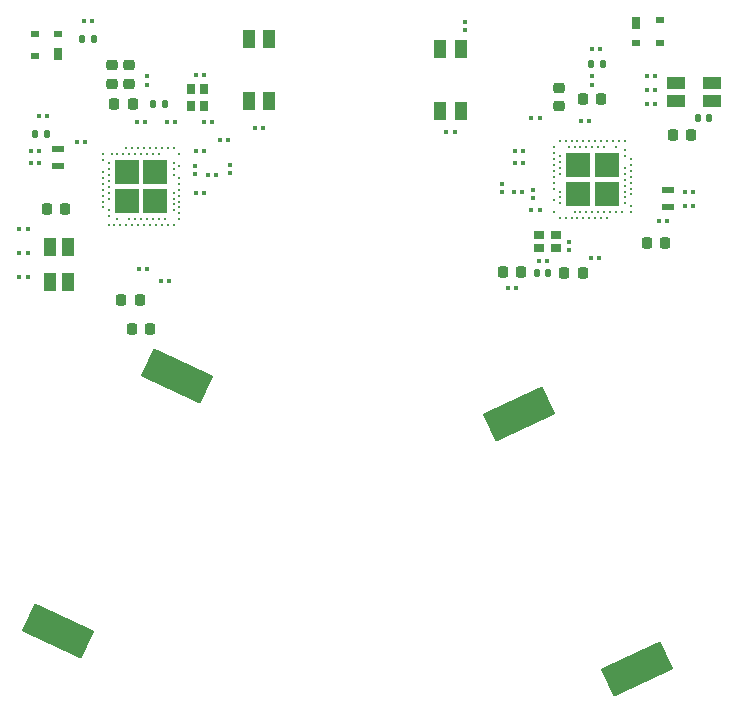
<source format=gtp>
G04 #@! TF.GenerationSoftware,KiCad,Pcbnew,(6.0.9)*
G04 #@! TF.CreationDate,2023-05-23T12:25:36-07:00*
G04 #@! TF.ProjectId,Keycad_fun,4b657963-6164-45f6-9675-6e2e6b696361,rev?*
G04 #@! TF.SameCoordinates,Original*
G04 #@! TF.FileFunction,Paste,Top*
G04 #@! TF.FilePolarity,Positive*
%FSLAX46Y46*%
G04 Gerber Fmt 4.6, Leading zero omitted, Abs format (unit mm)*
G04 Created by KiCad (PCBNEW (6.0.9)) date 2023-05-23 12:25:36*
%MOMM*%
%LPD*%
G01*
G04 APERTURE LIST*
G04 Aperture macros list*
%AMRoundRect*
0 Rectangle with rounded corners*
0 $1 Rounding radius*
0 $2 $3 $4 $5 $6 $7 $8 $9 X,Y pos of 4 corners*
0 Add a 4 corners polygon primitive as box body*
4,1,4,$2,$3,$4,$5,$6,$7,$8,$9,$2,$3,0*
0 Add four circle primitives for the rounded corners*
1,1,$1+$1,$2,$3*
1,1,$1+$1,$4,$5*
1,1,$1+$1,$6,$7*
1,1,$1+$1,$8,$9*
0 Add four rect primitives between the rounded corners*
20,1,$1+$1,$2,$3,$4,$5,0*
20,1,$1+$1,$4,$5,$6,$7,0*
20,1,$1+$1,$6,$7,$8,$9,0*
20,1,$1+$1,$8,$9,$2,$3,0*%
%AMRotRect*
0 Rectangle, with rotation*
0 The origin of the aperture is its center*
0 $1 length*
0 $2 width*
0 $3 Rotation angle, in degrees counterclockwise*
0 Add horizontal line*
21,1,$1,$2,0,0,$3*%
G04 Aperture macros list end*
%ADD10RotRect,2.600000X5.560000X65.000000*%
%ADD11RotRect,2.600000X5.560000X295.000000*%
%ADD12RoundRect,0.225000X0.250000X-0.225000X0.250000X0.225000X-0.250000X0.225000X-0.250000X-0.225000X0*%
%ADD13RoundRect,0.079500X-0.079500X-0.100500X0.079500X-0.100500X0.079500X0.100500X-0.079500X0.100500X0*%
%ADD14RoundRect,0.079500X0.079500X0.100500X-0.079500X0.100500X-0.079500X-0.100500X0.079500X-0.100500X0*%
%ADD15RoundRect,0.225000X0.225000X0.250000X-0.225000X0.250000X-0.225000X-0.250000X0.225000X-0.250000X0*%
%ADD16RoundRect,0.140000X0.140000X0.170000X-0.140000X0.170000X-0.140000X-0.170000X0.140000X-0.170000X0*%
%ADD17RoundRect,0.079500X0.100500X-0.079500X0.100500X0.079500X-0.100500X0.079500X-0.100500X-0.079500X0*%
%ADD18RoundRect,0.140000X-0.140000X-0.170000X0.140000X-0.170000X0.140000X0.170000X-0.140000X0.170000X0*%
%ADD19RoundRect,0.225000X-0.225000X-0.250000X0.225000X-0.250000X0.225000X0.250000X-0.225000X0.250000X0*%
%ADD20RoundRect,0.079500X-0.100500X0.079500X-0.100500X-0.079500X0.100500X-0.079500X0.100500X0.079500X0*%
%ADD21R,0.700000X1.000000*%
%ADD22R,0.700000X0.600000*%
%ADD23RoundRect,0.218750X0.218750X0.256250X-0.218750X0.256250X-0.218750X-0.256250X0.218750X-0.256250X0*%
%ADD24RoundRect,0.147500X0.147500X0.172500X-0.147500X0.172500X-0.147500X-0.172500X0.147500X-0.172500X0*%
%ADD25RoundRect,0.218750X-0.218750X-0.256250X0.218750X-0.256250X0.218750X0.256250X-0.218750X0.256250X0*%
%ADD26RoundRect,0.147500X-0.147500X-0.172500X0.147500X-0.172500X0.147500X0.172500X-0.147500X0.172500X0*%
%ADD27R,1.100000X1.500000*%
%ADD28R,1.500000X1.100000*%
%ADD29R,1.000000X1.550000*%
%ADD30R,2.000000X2.000000*%
%ADD31C,0.250000*%
%ADD32R,0.800000X0.900000*%
%ADD33R,1.100000X0.600000*%
%ADD34R,0.900000X0.800000*%
G04 APERTURE END LIST*
D10*
X154968730Y-110589594D03*
X165031270Y-89010406D03*
D11*
X204031270Y-113789594D03*
X193968730Y-92210406D03*
D12*
X159500000Y-64275000D03*
X159500000Y-62725000D03*
D13*
X164155000Y-67500000D03*
X164845000Y-67500000D03*
D14*
X164345000Y-81000000D03*
X163655000Y-81000000D03*
D13*
X162525000Y-80000000D03*
X161835000Y-80000000D03*
D15*
X155600000Y-74900000D03*
X154050000Y-74900000D03*
D16*
X154000000Y-68500000D03*
X153040000Y-68500000D03*
D13*
X156535000Y-69170000D03*
X157225000Y-69170000D03*
D14*
X166655000Y-73500000D03*
X167345000Y-73500000D03*
D13*
X162345000Y-67500000D03*
X161655000Y-67500000D03*
D14*
X166655000Y-70000000D03*
X167345000Y-70000000D03*
D15*
X162775000Y-85000000D03*
X161225000Y-85000000D03*
D12*
X161000000Y-64275000D03*
X161000000Y-62725000D03*
D17*
X162500000Y-64345000D03*
X162500000Y-63655000D03*
D13*
X153345000Y-70000000D03*
X152655000Y-70000000D03*
X153345000Y-71000000D03*
X152655000Y-71000000D03*
D17*
X169500000Y-71155000D03*
X169500000Y-71845000D03*
X166560000Y-71895000D03*
X166560000Y-71205000D03*
D13*
X171655000Y-68000000D03*
X172345000Y-68000000D03*
X168000000Y-67500000D03*
X167310000Y-67500000D03*
X167345000Y-63500000D03*
X166655000Y-63500000D03*
D18*
X157020000Y-60500000D03*
X157980000Y-60500000D03*
D13*
X157155000Y-59000000D03*
X157845000Y-59000000D03*
D19*
X204825000Y-77800000D03*
X206375000Y-77800000D03*
D14*
X193655000Y-70000000D03*
X194345000Y-70000000D03*
X195055000Y-67200000D03*
X195745000Y-67200000D03*
X199945000Y-67400000D03*
X199255000Y-67400000D03*
D12*
X197400000Y-66175000D03*
X197400000Y-64625000D03*
D18*
X209120000Y-67200000D03*
X210080000Y-67200000D03*
D14*
X206545000Y-75900000D03*
X205855000Y-75900000D03*
D13*
X193655000Y-71000000D03*
X194345000Y-71000000D03*
D14*
X200745000Y-79000000D03*
X200055000Y-79000000D03*
D13*
X195745000Y-75000000D03*
X195055000Y-75000000D03*
D15*
X200975000Y-65600000D03*
X199425000Y-65600000D03*
D19*
X192625000Y-80200000D03*
X194175000Y-80200000D03*
D13*
X193745000Y-81600000D03*
X193055000Y-81600000D03*
D14*
X208055000Y-74600000D03*
X208745000Y-74600000D03*
X208745000Y-73400000D03*
X208055000Y-73400000D03*
D17*
X192600000Y-73445000D03*
X192600000Y-72755000D03*
D20*
X195180000Y-73240000D03*
X195180000Y-73930000D03*
D14*
X187855000Y-68400000D03*
X188545000Y-68400000D03*
D13*
X195655000Y-79300000D03*
X196345000Y-79300000D03*
D20*
X198200000Y-78345000D03*
X198200000Y-77655000D03*
D18*
X200120000Y-62600000D03*
X201080000Y-62600000D03*
D13*
X200175000Y-61300000D03*
X200865000Y-61300000D03*
D21*
X203900000Y-59120000D03*
D22*
X203900000Y-60820000D03*
X205900000Y-60820000D03*
X205900000Y-58920000D03*
D21*
X155000000Y-61750000D03*
D22*
X155000000Y-60050000D03*
X153000000Y-60050000D03*
X153000000Y-61950000D03*
D23*
X161887500Y-82600000D03*
X160312500Y-82600000D03*
X161287500Y-66000000D03*
X159712500Y-66000000D03*
D24*
X164000000Y-66000000D03*
X163030000Y-66000000D03*
D14*
X168345000Y-72000000D03*
X167655000Y-72000000D03*
D25*
X207012500Y-68600000D03*
X208587500Y-68600000D03*
X197812500Y-80300000D03*
X199387500Y-80300000D03*
D26*
X195515000Y-80300000D03*
X196485000Y-80300000D03*
D13*
X193555000Y-73445000D03*
X194245000Y-73445000D03*
D27*
X154300000Y-81100000D03*
X154300000Y-78100000D03*
X155800000Y-78100000D03*
X155800000Y-81100000D03*
D28*
X207300000Y-64250000D03*
X210300000Y-64250000D03*
X210300000Y-65750000D03*
X207300000Y-65750000D03*
D14*
X153335000Y-67000000D03*
X154025000Y-67000000D03*
D13*
X169345000Y-69000000D03*
X168655000Y-69000000D03*
D14*
X152395000Y-76600000D03*
X151705000Y-76600000D03*
X151705000Y-78600000D03*
X152395000Y-78600000D03*
X151705000Y-80600000D03*
X152395000Y-80600000D03*
D17*
X200200000Y-64345000D03*
X200200000Y-63655000D03*
D14*
X204855000Y-66000000D03*
X205545000Y-66000000D03*
X204855000Y-64800000D03*
X205545000Y-64800000D03*
X204855000Y-63600000D03*
X205545000Y-63600000D03*
D20*
X189400000Y-59055000D03*
X189400000Y-59745000D03*
D29*
X172850000Y-60475000D03*
X172850000Y-65725000D03*
X171150000Y-65725000D03*
X171150000Y-60475000D03*
X187350000Y-61375000D03*
X187350000Y-66625000D03*
X189050000Y-66625000D03*
X189050000Y-61375000D03*
D30*
X163212500Y-74212500D03*
X163212500Y-71787500D03*
X160787500Y-74212500D03*
X160787500Y-71787500D03*
D31*
X160750000Y-69750000D03*
X161250000Y-69750000D03*
X161750000Y-69750000D03*
X162250000Y-69750000D03*
X162750000Y-69750000D03*
X163250000Y-69750000D03*
X163750000Y-69750000D03*
X164250000Y-69750000D03*
X164750000Y-69750000D03*
X165250000Y-75250000D03*
X159250000Y-75500000D03*
X160000000Y-75750000D03*
X161000000Y-75750000D03*
X161500000Y-75750000D03*
X162000000Y-75750000D03*
X162500000Y-75750000D03*
X163000000Y-75750000D03*
X163500000Y-75750000D03*
X164000000Y-75750000D03*
X165250000Y-75750000D03*
X159250000Y-76250000D03*
X159750000Y-76250000D03*
X160250000Y-76250000D03*
X160750000Y-76250000D03*
X161250000Y-76250000D03*
X161750000Y-76250000D03*
X162250000Y-76250000D03*
X162750000Y-76250000D03*
X163250000Y-76250000D03*
X163750000Y-76250000D03*
X164250000Y-76250000D03*
X164750000Y-76250000D03*
X158750000Y-70250000D03*
X159500000Y-70250000D03*
X160000000Y-70250000D03*
X160500000Y-70250000D03*
X161000000Y-70250000D03*
X161500000Y-70250000D03*
X162000000Y-70250000D03*
X162500000Y-70250000D03*
X163000000Y-70250000D03*
X163500000Y-70250000D03*
X165250000Y-70250000D03*
X158750000Y-70750000D03*
X159250000Y-71000000D03*
X164750000Y-71000000D03*
X165250000Y-71250000D03*
X159250000Y-71500000D03*
X164750000Y-71500000D03*
X158750000Y-71750000D03*
X159250000Y-72000000D03*
X164750000Y-72000000D03*
X158750000Y-72250000D03*
X165250000Y-72250000D03*
X159250000Y-72500000D03*
X158750000Y-72750000D03*
X165250000Y-72750000D03*
X159250000Y-73000000D03*
X158750000Y-73250000D03*
X165250000Y-73250000D03*
X159250000Y-73500000D03*
X164750000Y-73500000D03*
X158750000Y-73750000D03*
X165250000Y-73750000D03*
X159250000Y-74000000D03*
X164750000Y-74000000D03*
X158750000Y-74250000D03*
X165250000Y-74250000D03*
X164750000Y-74500000D03*
X158750000Y-74750000D03*
X165250000Y-74750000D03*
X159250000Y-75000000D03*
X164750000Y-75000000D03*
D30*
X201412500Y-73612500D03*
X198987500Y-73612500D03*
X201412500Y-71187500D03*
X198987500Y-71187500D03*
D31*
X201450000Y-75650000D03*
X200950000Y-75650000D03*
X200450000Y-75650000D03*
X199950000Y-75650000D03*
X199450000Y-75650000D03*
X198950000Y-75650000D03*
X198450000Y-75650000D03*
X197950000Y-75650000D03*
X197450000Y-75650000D03*
X196950000Y-70150000D03*
X202950000Y-69900000D03*
X202200000Y-69650000D03*
X201200000Y-69650000D03*
X200700000Y-69650000D03*
X200200000Y-69650000D03*
X199700000Y-69650000D03*
X199200000Y-69650000D03*
X198700000Y-69650000D03*
X198200000Y-69650000D03*
X196950000Y-69650000D03*
X202950000Y-69150000D03*
X202450000Y-69150000D03*
X201950000Y-69150000D03*
X201450000Y-69150000D03*
X200950000Y-69150000D03*
X200450000Y-69150000D03*
X199950000Y-69150000D03*
X199450000Y-69150000D03*
X198950000Y-69150000D03*
X198450000Y-69150000D03*
X197950000Y-69150000D03*
X197450000Y-69150000D03*
X203450000Y-75150000D03*
X202700000Y-75150000D03*
X202200000Y-75150000D03*
X201700000Y-75150000D03*
X201200000Y-75150000D03*
X200700000Y-75150000D03*
X200200000Y-75150000D03*
X199700000Y-75150000D03*
X199200000Y-75150000D03*
X198700000Y-75150000D03*
X196950000Y-75150000D03*
X203450000Y-74650000D03*
X202950000Y-74400000D03*
X197450000Y-74400000D03*
X196950000Y-74150000D03*
X202950000Y-73900000D03*
X197450000Y-73900000D03*
X203450000Y-73650000D03*
X202950000Y-73400000D03*
X197450000Y-73400000D03*
X203450000Y-73150000D03*
X196950000Y-73150000D03*
X202950000Y-72900000D03*
X203450000Y-72650000D03*
X196950000Y-72650000D03*
X202950000Y-72400000D03*
X203450000Y-72150000D03*
X196950000Y-72150000D03*
X202950000Y-71900000D03*
X197450000Y-71900000D03*
X203450000Y-71650000D03*
X196950000Y-71650000D03*
X202950000Y-71400000D03*
X197450000Y-71400000D03*
X203450000Y-71150000D03*
X196950000Y-71150000D03*
X197450000Y-70900000D03*
X203450000Y-70650000D03*
X196950000Y-70650000D03*
X202950000Y-70400000D03*
X197450000Y-70400000D03*
D32*
X167350000Y-66150000D03*
X167350000Y-64750000D03*
X166250000Y-64750000D03*
X166250000Y-66150000D03*
D33*
X155000000Y-69800000D03*
X155000000Y-71200000D03*
X206601000Y-74700000D03*
X206601000Y-73300000D03*
D34*
X195700000Y-78150000D03*
X197100000Y-78150000D03*
X197100000Y-77050000D03*
X195700000Y-77050000D03*
M02*

</source>
